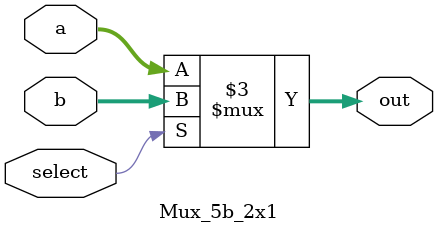
<source format=v>
`timescale 1ns / 1ps
/*
Assignment No - 7
Semester - Autumn 2018
Group - 3
Members:
  G Rahul KrantiKiran - 16CS10018
  Sai Saketh Aluru - 16CS30030
*/
//////////////////////////////////////////////////////////////////////////////////

// A very basic MUX 5 bit inputs
module Mux_5b_2x1(input wire [4:0] a, input wire [4:0] b, input wire select, output reg[4:0] out);
	always @(*)
		begin 
			if(select)
				out = b;
			else out = a;
		end
endmodule

</source>
